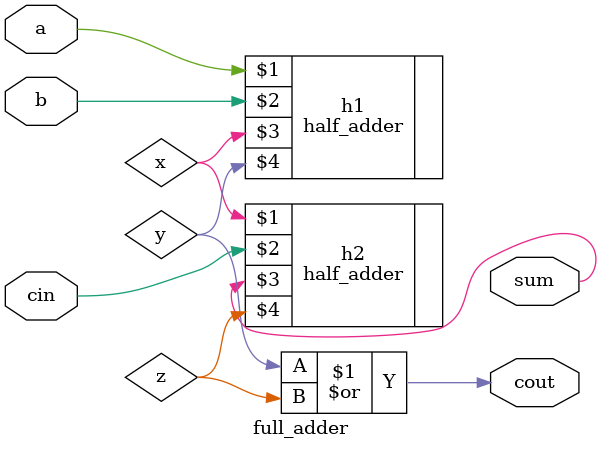
<source format=v>
module full_adder(a,b,cin,sum,cout);
  input a,b,cin;
  output sum,cout;
  wire x,y,z;
 
// instantiate building blocks of full adder 
  half_adder h1(a,b,x,y);
  half_adder h2(x,cin,sum,z);
  or o1(cout,y,z);
endmodule


</source>
